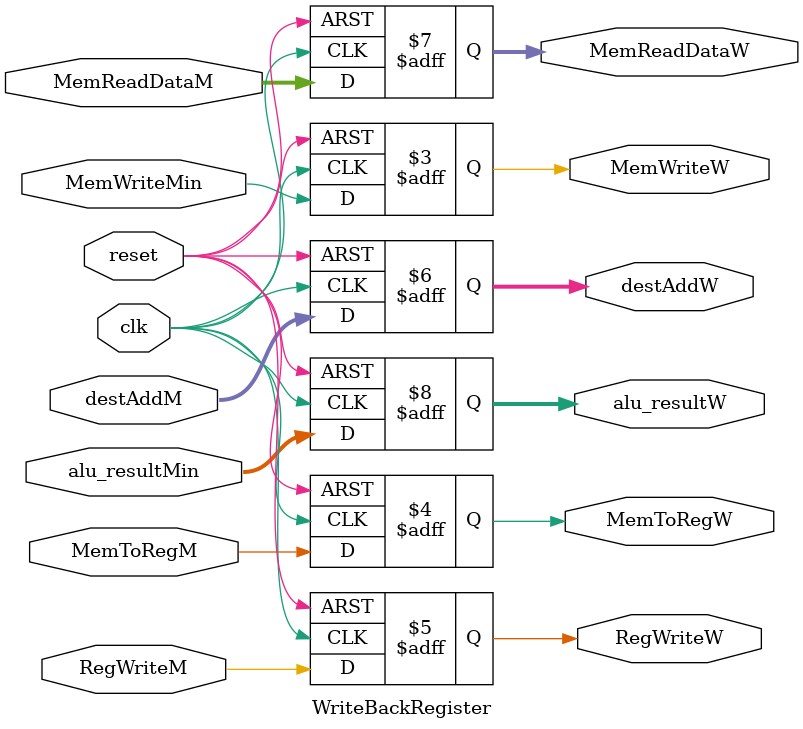
<source format=v>
module WriteBackRegister(
    input                   clk, reset,
    input                   MemToRegM, RegWriteM, MemWriteMin,
    input       [3:0]       destAddM,
    input       [15:0]      MemReadDataM,
    input       [15:0]      alu_resultMin,
    output  reg             MemWriteW,
    output  reg             MemToRegW, RegWriteW,
    output  reg [3:0]       destAddW,
    output  reg [15:0]      MemReadDataW, alu_resultW
);

always@(posedge clk or negedge reset)begin
    if(~reset)begin
        MemToRegW    <= 1'b0;
        RegWriteW    <= 1'b0;
        MemReadDataW <= 16'h0000;
        alu_resultW  <= 16'h0000;
        destAddW     <= 4'b0000;
        MemWriteW    <= 1'b0;
    end
    else begin
        MemToRegW    <= MemToRegM;
        RegWriteW    <= RegWriteM;
        MemReadDataW <= MemReadDataM;
        alu_resultW  <= alu_resultMin;
        destAddW     <= destAddM;
        MemWriteW    <= MemWriteMin;
    end
end

endmodule
</source>
